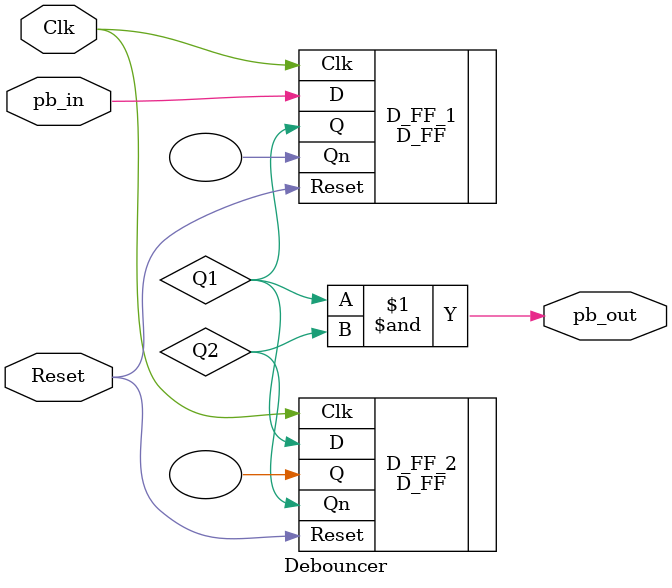
<source format=v>
module Debouncer (pb_in,Clk,Reset,pb_out);
input pb_in,Clk,Reset;
output pb_out; // Initialize output to 0   
wire Q1, Q2; // Outputs from D flip-flops
// Instantiate the clock divider to generate a slower clock for debouncing  
D_FF D_FF_1 (.Clk(Clk), .Reset(Reset), .D(pb_in), .Q(Q1), .Qn());
D_FF D_FF_2 (.Clk(Clk), .Reset(Reset), .D(Q1), .Q(), .Qn(Q2));
and And1(pb_out, Q1, Q2); // AND gate to combine outputs of D flip-flops    

endmodule //Debouncer


</source>
